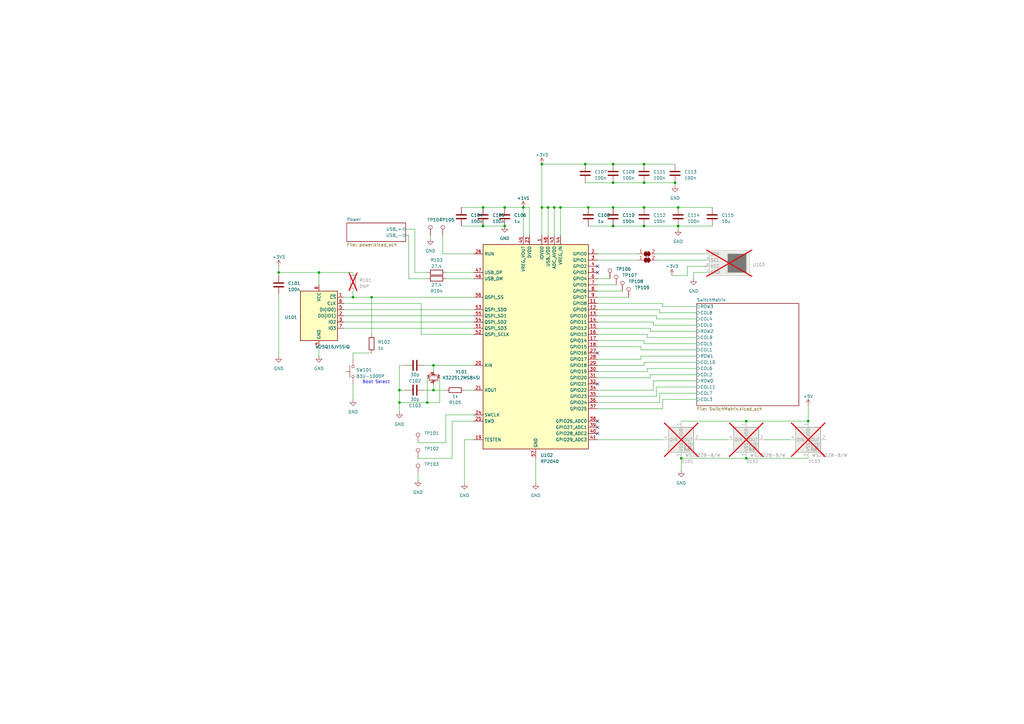
<source format=kicad_sch>
(kicad_sch (version 20230121) (generator eeschema)
  (paper "A3")
  (title_block (title "Tanuki-Ext-Oled") (date "2023-04-18") (rev "R01") (company "Seth"))
  (lib_symbols
    (symbol "Connector:TestPoint" (pin_numbers hide) (pin_names (offset 0.762) hide)
      (property "Reference" "TP" (at 0 6.858 0))
      (property "Value" "TestPoint" (at 0 5.08 0))
      (symbol "TestPoint_0_1"
        (circle (center 0 3.302) (radius 0.762))
      )
      (symbol "TestPoint_1_1"
        (pin passive line (at 0 0 90) (length 2.54) (name "1") (number "1"))
      )
    )
    (symbol "Device:C" (pin_numbers hide) (pin_names (offset 0.254))
      (property "Reference" "C" (at 0.635 2.54 0))
      (property "Value" "C" (at 0.635 -2.54 0))
      (symbol "C_0_1"
        (polyline (pts (xy -2.032 -0.762) (xy 2.032 -0.762)) (stroke (width 0.508)))
        (polyline (pts (xy -2.032 0.762) (xy 2.032 0.762)) (stroke (width 0.508)))
      )
      (symbol "C_1_1"
        (pin passive line (at 0 3.81 270) (length 2.794) (name "~") (number "1"))
        (pin passive line (at 0 -3.81 90) (length 2.794) (name "~") (number "2"))
      )
    )
    (symbol "Device:Crystal_GND23_Small" (pin_names (offset 1.016) hide)
      (property "Reference" "Y1" (at 10.16 3.4289 0))
      (property "Value" "X322512MSB4SI" (at 10.16 0.8889 0))
      (symbol "Crystal_GND23_Small_0_1"
        (rectangle (start -0.762 -1.524) (end 0.762 1.524))
        (polyline (pts (xy -1.27 -0.762) (xy -1.27 0.762)) (stroke (width 0.381)))
        (polyline (pts (xy 1.27 -0.762) (xy 1.27 0.762)) (stroke (width 0.381)))
        (polyline (pts (xy -1.27 -1.27) (xy -1.27 -1.905) (xy 1.27 -1.905) (xy 1.27 -1.27)))
        (polyline (pts (xy -1.27 1.27) (xy -1.27 1.905) (xy 1.27 1.905) (xy 1.27 1.27)))
      )
      (symbol "Crystal_GND23_Small_1_1"
        (pin passive line (at -2.54 0 0) (length 1.27) (name "1") (number "1"))
        (pin passive line (at 0 -2.54 90) (length 0.635) (name "2") (number "2"))
        (pin passive line (at 2.54 0 180) (length 1.27) (name "3") (number "3"))
        (pin passive line (at 0 2.54 270) (length 0.635) (name "4") (number "4"))
      )
    )
    (symbol "Device:R" (pin_numbers hide) (pin_names (offset 0))
      (property "Reference" "R" (at 2.032 0 90))
      (property "Value" "R" (at 0 0 90))
      (symbol "R_0_1"
        (rectangle (start -1.016 -2.54) (end 1.016 2.54) (stroke (width 0.254)))
      )
      (symbol "R_1_1"
        (pin passive line (at 0 3.81 270) (length 1.27) (name "~") (number "1"))
        (pin passive line (at 0 -3.81 90) (length 1.27) (name "~") (number "2"))
      )
    )
    (symbol "Display_Graphic:OLED_SSD1306"
      (property "Reference" "U" (at 7.62 -2.54 0))
      (symbol "OLED_SSD1306_1_1"
        (rectangle (start -3.81 -1.27) (end 6.35 -17.78) (fill (type background)))
        (rectangle (start -2.54 -8.89) (end 5.08 -16.51) (fill (type color) (color 0 0 0 1)))
        (pin passive line (at -2.54 0 270) (length 1.27) (name "GND") (number "1"))
        (pin passive line (at 0 0 270) (length 1.27) (name "VCC") (number "2"))
        (pin bidirectional line (at 2.54 0 270) (length 1.27) (name "SCL") (number "3"))
        (pin bidirectional line (at 5.08 0 270) (length 1.27) (name "SDA") (number "4"))
      )
    )
    (symbol "Jumper:SolderJumper_2_Bridged" (pin_names (offset 0) hide)
      (property "Reference" "JP" (at 0 2.032 0))
      (property "Value" "SolderJumper_2_Bridged" (at 0 -2.54 0))
      (symbol "SolderJumper_2_Bridged_0_1"
        (rectangle (start -0.508 0.508) (end 0.508 -0.508) (fill (type outline)))
        (arc (start -0.254 1.016) (mid -1.2656 0) (end -0.254 -1.016))
        (arc (start -0.254 1.016) (mid -1.2656 0) (end -0.254 -1.016) (fill (type outline)))
        (polyline (pts (xy -0.254 1.016) (xy -0.254 -1.016)))
        (polyline (pts (xy 0.254 1.016) (xy 0.254 -1.016)))
        (arc (start 0.254 -1.016) (mid 1.2656 0) (end 0.254 1.016))
        (arc (start 0.254 -1.016) (mid 1.2656 0) (end 0.254 1.016) (fill (type outline)))
      )
      (symbol "SolderJumper_2_Bridged_1_1"
        (pin passive line (at -3.81 0 0) (length 2.54) (name "A") (number "1"))
        (pin passive line (at 3.81 0 180) (length 2.54) (name "B") (number "2"))
      )
    )
    (symbol "LED:WS2812B" (pin_names (offset 0.254))
      (property "Reference" "D" (at 5.08 5.715 0))
      (property "Value" "WS2812B" (at 1.27 -5.715 0))
      (symbol "WS2812B_0_0"
        (text "RGB" (at 2.286 -4.191 0) (effects (font (size 0.762 0.762))))
      )
      (symbol "WS2812B_0_1"
        (polyline (pts (xy 1.27 -3.556) (xy 1.778 -3.556)))
        (polyline (pts (xy 1.27 -2.54) (xy 1.778 -2.54)))
        (polyline (pts (xy 4.699 -3.556) (xy 2.667 -3.556)))
        (polyline (pts (xy 2.286 -2.54) (xy 1.27 -3.556) (xy 1.27 -3.048)))
        (polyline (pts (xy 2.286 -1.524) (xy 1.27 -2.54) (xy 1.27 -2.032)))
        (polyline (pts (xy 3.683 -1.016) (xy 3.683 -3.556) (xy 3.683 -4.064)))
        (polyline (pts (xy 4.699 -1.524) (xy 2.667 -1.524) (xy 3.683 -3.556) (xy 4.699 -1.524)))
        (rectangle (start 5.08 5.08) (end -5.08 -5.08) (stroke (width 0.254)) (fill (type background)))
      )
      (symbol "WS2812B_1_1"
        (pin power_in line (at 0 7.62 270) (length 2.54) (name "VDD") (number "1"))
        (pin output line (at 7.62 0 180) (length 2.54) (name "DOUT") (number "2"))
        (pin power_in line (at 0 -7.62 90) (length 2.54) (name "VSS") (number "3"))
        (pin input line (at -7.62 0 0) (length 2.54) (name "DIN") (number "4"))
      )
    )
    (symbol "MCU_RaspberryPi:RP2040"
      (property "Reference" "U" (at 17.78 45.72 0))
      (property "Value" "RP2040" (at 17.78 43.18 0))
      (symbol "RP2040_0_1"
        (rectangle (start -21.59 41.91) (end 21.59 -41.91) (stroke (width 0.254)) (fill (type background)))
      )
      (symbol "RP2040_1_1"
        (pin power_in line (at 2.54 45.72 270) (length 3.81) (name "IOVDD") (number "1"))
        (pin passive line (at 2.54 45.72 270) (length 3.81) hide (name "IOVDD") (number "10"))
        (pin bidirectional line (at 25.4 17.78 180) (length 3.81) (name "GPIO8") (number "11"))
        (pin bidirectional line (at 25.4 15.24 180) (length 3.81) (name "GPIO9") (number "12"))
        (pin bidirectional line (at 25.4 12.7 180) (length 3.81) (name "GPIO10") (number "13"))
        (pin bidirectional line (at 25.4 10.16 180) (length 3.81) (name "GPIO11") (number "14"))
        (pin bidirectional line (at 25.4 7.62 180) (length 3.81) (name "GPIO12") (number "15"))
        (pin bidirectional line (at 25.4 5.08 180) (length 3.81) (name "GPIO13") (number "16"))
        (pin bidirectional line (at 25.4 2.54 180) (length 3.81) (name "GPIO14") (number "17"))
        (pin bidirectional line (at 25.4 0 180) (length 3.81) (name "GPIO15") (number "18"))
        (pin input line (at -25.4 -38.1 0) (length 3.81) (name "TESTEN") (number "19"))
        (pin bidirectional line (at 25.4 38.1 180) (length 3.81) (name "GPIO0") (number "2"))
        (pin input line (at -25.4 -7.62 0) (length 3.81) (name "XIN") (number "20"))
        (pin passive line (at -25.4 -17.78 0) (length 3.81) (name "XOUT") (number "21"))
        (pin passive line (at 2.54 45.72 270) (length 3.81) hide (name "IOVDD") (number "22"))
        (pin power_in line (at -2.54 45.72 270) (length 3.81) (name "DVDD") (number "23"))
        (pin input line (at -25.4 -27.94 0) (length 3.81) (name "SWCLK") (number "24"))
        (pin bidirectional line (at -25.4 -30.48 0) (length 3.81) (name "SWD") (number "25"))
        (pin input line (at -25.4 38.1 0) (length 3.81) (name "RUN") (number "26"))
        (pin bidirectional line (at 25.4 -2.54 180) (length 3.81) (name "GPIO16") (number "27"))
        (pin bidirectional line (at 25.4 -5.08 180) (length 3.81) (name "GPIO17") (number "28"))
        (pin bidirectional line (at 25.4 -7.62 180) (length 3.81) (name "GPIO18") (number "29"))
        (pin bidirectional line (at 25.4 35.56 180) (length 3.81) (name "GPIO1") (number "3"))
        (pin bidirectional line (at 25.4 -10.16 180) (length 3.81) (name "GPIO19") (number "30"))
        (pin bidirectional line (at 25.4 -12.7 180) (length 3.81) (name "GPIO20") (number "31"))
        (pin bidirectional line (at 25.4 -15.24 180) (length 3.81) (name "GPIO21") (number "32"))
        (pin passive line (at 2.54 45.72 270) (length 3.81) hide (name "IOVDD") (number "33"))
        (pin bidirectional line (at 25.4 -17.78 180) (length 3.81) (name "GPIO22") (number "34"))
        (pin bidirectional line (at 25.4 -20.32 180) (length 3.81) (name "GPIO23") (number "35"))
        (pin bidirectional line (at 25.4 -22.86 180) (length 3.81) (name "GPIO24") (number "36"))
        (pin bidirectional line (at 25.4 -25.4 180) (length 3.81) (name "GPIO25") (number "37"))
        (pin bidirectional line (at 25.4 -30.48 180) (length 3.81) (name "GPIO26_ADC0") (number "38"))
        (pin bidirectional line (at 25.4 -33.02 180) (length 3.81) (name "GPIO27_ADC1") (number "39"))
        (pin bidirectional line (at 25.4 33.02 180) (length 3.81) (name "GPIO2") (number "4"))
        (pin bidirectional line (at 25.4 -35.56 180) (length 3.81) (name "GPIO28_ADC2") (number "40"))
        (pin bidirectional line (at 25.4 -38.1 180) (length 3.81) (name "GPIO29_ADC3") (number "41"))
        (pin passive line (at 2.54 45.72 270) (length 3.81) hide (name "IOVDD") (number "42"))
        (pin power_in line (at 7.62 45.72 270) (length 3.81) (name "ADC_AVDD") (number "43"))
        (pin power_in line (at 10.16 45.72 270) (length 3.81) (name "VREG_IN") (number "44"))
        (pin power_out line (at -5.08 45.72 270) (length 3.81) (name "VREG_VOUT") (number "45"))
        (pin bidirectional line (at -25.4 27.94 0) (length 3.81) (name "USB_DM") (number "46"))
        (pin bidirectional line (at -25.4 30.48 0) (length 3.81) (name "USB_DP") (number "47"))
        (pin power_in line (at 5.08 45.72 270) (length 3.81) (name "USB_VDD") (number "48"))
        (pin passive line (at 2.54 45.72 270) (length 3.81) hide (name "IOVDD") (number "49"))
        (pin bidirectional line (at 25.4 30.48 180) (length 3.81) (name "GPIO3") (number "5"))
        (pin passive line (at -2.54 45.72 270) (length 3.81) hide (name "DVDD") (number "50"))
        (pin bidirectional line (at -25.4 7.62 0) (length 3.81) (name "QSPI_SD3") (number "51"))
        (pin output line (at -25.4 5.08 0) (length 3.81) (name "QSPI_SCLK") (number "52"))
        (pin bidirectional line (at -25.4 15.24 0) (length 3.81) (name "QSPI_SD0") (number "53"))
        (pin bidirectional line (at -25.4 10.16 0) (length 3.81) (name "QSPI_SD2") (number "54"))
        (pin bidirectional line (at -25.4 12.7 0) (length 3.81) (name "QSPI_SD1") (number "55"))
        (pin bidirectional line (at -25.4 20.32 0) (length 3.81) (name "QSPI_SS") (number "56"))
        (pin power_in line (at 0 -45.72 90) (length 3.81) (name "GND") (number "57"))
        (pin bidirectional line (at 25.4 27.94 180) (length 3.81) (name "GPIO4") (number "6"))
        (pin bidirectional line (at 25.4 25.4 180) (length 3.81) (name "GPIO5") (number "7"))
        (pin bidirectional line (at 25.4 22.86 180) (length 3.81) (name "GPIO6") (number "8"))
        (pin bidirectional line (at 25.4 20.32 180) (length 3.81) (name "GPIO7") (number "9"))
      )
    )
    (symbol "Memory_Flash:W25Q128JVS"
      (property "Reference" "U" (at -8.89 8.89 0))
      (property "Value" "W25Q128JVS" (at 7.62 8.89 0))
      (symbol "W25Q128JVS_0_1"
        (rectangle (start -7.62 10.16) (end 7.62 -10.16) (stroke (width 0.254)) (fill (type background)))
      )
      (symbol "W25Q128JVS_1_1"
        (pin input line (at -10.16 7.62 0) (length 2.54) (name "~{CS}") (number "1"))
        (pin bidirectional line (at -10.16 0 0) (length 2.54) (name "DO(IO1)") (number "2"))
        (pin bidirectional line (at -10.16 -2.54 0) (length 2.54) (name "IO2") (number "3"))
        (pin power_in line (at 0 -12.7 90) (length 2.54) (name "GND") (number "4"))
        (pin bidirectional line (at -10.16 2.54 0) (length 2.54) (name "DI(IO0)") (number "5"))
        (pin input line (at -10.16 5.08 0) (length 2.54) (name "CLK") (number "6"))
        (pin bidirectional line (at -10.16 -5.08 0) (length 2.54) (name "IO3") (number "7"))
        (pin power_in line (at 0 12.7 270) (length 2.54) (name "VCC") (number "8"))
      )
    )
    (symbol "Switch:SW_Push" (pin_numbers hide) (pin_names (offset 1.016) hide)
      (property "Reference" "SW" (at 1.27 2.54 0))
      (property "Value" "SW_Push" (at 0 -1.524 0))
      (symbol "SW_Push_0_1"
        (circle (center -2.032 0) (radius 0.508))
        (polyline (pts (xy 0 1.27) (xy 0 3.048)))
        (polyline (pts (xy 2.54 1.27) (xy -2.54 1.27)))
        (circle (center 2.032 0) (radius 0.508))
        (pin passive line (at -5.08 0 0) (length 2.54) (name "1") (number "1"))
        (pin passive line (at 5.08 0 180) (length 2.54) (name "2") (number "2"))
      )
    )
    (symbol "power:+1V1" (power) (pin_names (offset 0))
      (property "Value" "+1V1" (at 0 3.556 0))
      (symbol "+1V1_0_1"
        (polyline (pts (xy -0.762 1.27) (xy 0 2.54)))
        (polyline (pts (xy 0 0) (xy 0 2.54)))
        (polyline (pts (xy 0 2.54) (xy 0.762 1.27)))
      )
      (symbol "+1V1_1_1"
        (pin power_in line (at 0 0 90) (length 0) hide (name "+1V1") (number "1"))
      )
    )
    (symbol "power:+3V3" (power) (pin_names (offset 0))
      (property "Value" "+3V3" (at 0 3.556 0))
      (symbol "+3V3_0_1"
        (polyline (pts (xy -0.762 1.27) (xy 0 2.54)))
        (polyline (pts (xy 0 0) (xy 0 2.54)))
        (polyline (pts (xy 0 2.54) (xy 0.762 1.27)))
      )
      (symbol "+3V3_1_1"
        (pin power_in line (at 0 0 90) (length 0) hide (name "+3V3") (number "1"))
      )
    )
    (symbol "power:+5V" (power) (pin_names (offset 0))
      (property "Value" "+5V" (at 0 3.556 0))
      (symbol "+5V_0_1"
        (polyline (pts (xy -0.762 1.27) (xy 0 2.54)))
        (polyline (pts (xy 0 0) (xy 0 2.54)))
        (polyline (pts (xy 0 2.54) (xy 0.762 1.27)))
      )
      (symbol "+5V_1_1"
        (pin power_in line (at 0 0 90) (length 0) hide (name "+5V") (number "1"))
      )
    )
    (symbol "power:GND" (power) (pin_names (offset 0))
      (property "Value" "GND" (at 0 -3.81 0))
      (symbol "GND_0_1"
        (polyline (pts (xy 0 0) (xy 0 -1.27) (xy 1.27 -1.27) (xy 0 -2.54) (xy -1.27 -1.27) (xy 0 -1.27)))
      )
      (symbol "GND_1_1"
        (pin power_in line (at 0 0 270) (length 0) hide (name "GND") (number "1"))
      )
    )
  )
  (junction (at 177.8 149.86))
  (junction (at 222.25 67.31))
  (junction (at 251.46 67.31))
  (junction (at 207.01 92.71))
  (junction (at 114.3 111.76))
  (junction (at 278.13 92.71))
  (junction (at 264.16 74.93))
  (junction (at 198.12 92.71))
  (junction (at 177.8 160.02))
  (junction (at 251.46 92.71))
  (junction (at 152.4 121.92))
  (junction (at 276.86 74.93))
  (junction (at 306.07 187.96))
  (junction (at 214.63 85.09))
  (junction (at 278.13 85.09))
  (junction (at 279.4 187.96))
  (junction (at 264.16 67.31))
  (junction (at 229.87 85.09))
  (junction (at 251.46 74.93))
  (junction (at 264.16 92.71))
  (junction (at 224.79 85.09))
  (junction (at 175.26 165.1))
  (junction (at 198.12 85.09))
  (junction (at 264.16 85.09))
  (junction (at 241.3 85.09))
  (junction (at 222.25 85.09))
  (junction (at 130.81 111.76))
  (junction (at 163.83 165.1))
  (junction (at 144.78 121.92))
  (junction (at 306.07 172.72))
  (junction (at 240.03 67.31))
  (junction (at 163.83 160.02))
  (junction (at 251.46 85.09))
  (junction (at 331.47 172.72))
  (junction (at 227.33 85.09))
  (junction (at 207.01 85.09))
  (no_connect (at 245.11 109.22))
  (no_connect (at 245.11 172.72))
  (no_connect (at 245.11 111.76))
  (no_connect (at 245.11 175.26))
  (no_connect (at 245.11 177.8))
  (no_connect (at 245.11 144.78))
  (no_connect (at 245.11 157.48))
  (wire (pts (xy 264.16 85.09) (xy 278.13 85.09)))
  (wire (pts (xy 279.4 187.96) (xy 279.4 193.04)))
  (wire (pts (xy 140.97 134.62) (xy 194.31 134.62)))
  (wire (pts (xy 285.75 128.27) (xy 270.51 128.27)))
  (wire (pts (xy 207.01 85.09) (xy 214.63 85.09)))
  (wire (pts (xy 285.75 146.05) (xy 262.89 146.05)))
  (wire (pts (xy 285.75 158.75) (xy 269.24 158.75)))
  (wire (pts (xy 278.13 92.71) (xy 278.13 93.98)))
  (wire (pts (xy 285.75 153.67) (xy 266.7 153.67)))
  (wire (pts (xy 267.97 133.35) (xy 267.97 132.08)))
  (wire (pts (xy 144.78 144.78) (xy 152.4 144.78)))
  (wire (pts (xy 285.75 140.97) (xy 264.16 140.97)))
  (wire (pts (xy 173.99 160.02) (xy 177.8 160.02)))
  (wire (pts (xy 285.75 163.83) (xy 271.78 163.83)))
  (wire (pts (xy 266.7 154.94) (xy 245.11 154.94)))
  (wire (pts (xy 270.51 161.29) (xy 270.51 165.1)))
  (wire (pts (xy 130.81 116.84) (xy 130.81 111.76)))
  (wire (pts (xy 251.46 92.71) (xy 264.16 92.71)))
  (wire (pts (xy 285.75 148.59) (xy 264.16 148.59)))
  (wire (pts (xy 240.03 74.93) (xy 251.46 74.93)))
  (wire (pts (xy 166.37 149.86) (xy 163.83 149.86)))
  (wire (pts (xy 269.24 158.75) (xy 269.24 162.56)))
  (wire (pts (xy 194.31 172.72) (xy 185.42 172.72)))
  (wire (pts (xy 177.8 160.02) (xy 182.88 160.02)))
  (wire (pts (xy 219.71 187.96) (xy 219.71 198.12)))
  (wire (pts (xy 167.64 114.3) (xy 175.26 114.3)))
  (wire (pts (xy 140.97 127) (xy 194.31 127)))
  (wire (pts (xy 245.11 104.14) (xy 261.62 104.14)))
  (wire (pts (xy 182.88 170.18) (xy 194.31 170.18)))
  (wire (pts (xy 214.63 96.52) (xy 214.63 85.09)))
  (wire (pts (xy 275.59 113.03) (xy 281.94 113.03)))
  (wire (pts (xy 222.25 67.31) (xy 222.25 85.09)))
  (wire (pts (xy 245.11 116.84) (xy 252.73 116.84)))
  (wire (pts (xy 185.42 172.72) (xy 185.42 187.96)))
  (wire (pts (xy 245.11 121.92) (xy 257.81 121.92)))
  (wire (pts (xy 190.5 160.02) (xy 194.31 160.02)))
  (wire (pts (xy 264.16 149.86) (xy 245.11 149.86)))
  (wire (pts (xy 182.88 114.3) (xy 194.31 114.3)))
  (wire (pts (xy 214.63 85.09) (xy 217.17 85.09)))
  (wire (pts (xy 144.78 121.92) (xy 152.4 121.92)))
  (wire (pts (xy 331.47 187.96) (xy 306.07 187.96)))
  (wire (pts (xy 266.7 134.62) (xy 245.11 134.62)))
  (wire (pts (xy 306.07 187.96) (xy 279.4 187.96)))
  (wire (pts (xy 271.78 167.64) (xy 245.11 167.64)))
  (wire (pts (xy 177.8 157.48) (xy 177.8 160.02)))
  (wire (pts (xy 185.42 187.96) (xy 171.45 187.96)))
  (wire (pts (xy 229.87 96.52) (xy 229.87 85.09)))
  (wire (pts (xy 266.7 135.89) (xy 266.7 134.62)))
  (wire (pts (xy 285.75 161.29) (xy 270.51 161.29)))
  (wire (pts (xy 166.37 93.98) (xy 170.18 93.98)))
  (wire (pts (xy 140.97 121.92) (xy 144.78 121.92)))
  (wire (pts (xy 182.88 181.61) (xy 182.88 170.18)))
  (wire (pts (xy 176.53 96.52) (xy 176.53 97.79)))
  (wire (pts (xy 224.79 85.09) (xy 224.79 96.52)))
  (wire (pts (xy 313.69 180.34) (xy 323.85 180.34)))
  (wire (pts (xy 265.43 138.43) (xy 265.43 137.16)))
  (wire (pts (xy 269.24 129.54) (xy 245.11 129.54)))
  (wire (pts (xy 175.26 165.1) (xy 163.83 165.1)))
  (wire (pts (xy 190.5 180.34) (xy 190.5 198.12)))
  (wire (pts (xy 270.51 127) (xy 245.11 127)))
  (wire (pts (xy 171.45 194.31) (xy 171.45 196.85)))
  (wire (pts (xy 140.97 132.08) (xy 194.31 132.08)))
  (wire (pts (xy 177.8 149.86) (xy 194.31 149.86)))
  (wire (pts (xy 194.31 137.16) (xy 172.72 137.16)))
  (wire (pts (xy 167.64 96.52) (xy 167.64 114.3)))
  (wire (pts (xy 175.26 154.94) (xy 175.26 165.1)))
  (wire (pts (xy 251.46 85.09) (xy 264.16 85.09)))
  (wire (pts (xy 181.61 96.52) (xy 181.61 104.14)))
  (wire (pts (xy 289.56 111.76) (xy 284.48 111.76)))
  (wire (pts (xy 175.26 111.76) (xy 170.18 111.76)))
  (wire (pts (xy 180.34 154.94) (xy 180.34 165.1)))
  (wire (pts (xy 285.75 143.51) (xy 262.89 143.51)))
  (wire (pts (xy 245.11 180.34) (xy 271.78 180.34)))
  (wire (pts (xy 281.94 113.03) (xy 281.94 109.22)))
  (wire (pts (xy 271.78 163.83) (xy 271.78 167.64)))
  (wire (pts (xy 264.16 148.59) (xy 264.16 149.86)))
  (wire (pts (xy 240.03 67.31) (xy 251.46 67.31)))
  (wire (pts (xy 278.13 92.71) (xy 292.1 92.71)))
  (wire (pts (xy 264.16 92.71) (xy 278.13 92.71)))
  (wire (pts (xy 222.25 96.52) (xy 222.25 85.09)))
  (wire (pts (xy 114.3 111.76) (xy 114.3 113.03)))
  (wire (pts (xy 241.3 85.09) (xy 251.46 85.09)))
  (wire (pts (xy 198.12 85.09) (xy 207.01 85.09)))
  (wire (pts (xy 265.43 152.4) (xy 245.11 152.4)))
  (wire (pts (xy 130.81 111.76) (xy 144.78 111.76)))
  (wire (pts (xy 227.33 85.09) (xy 229.87 85.09)))
  (wire (pts (xy 267.97 156.21) (xy 267.97 160.02)))
  (wire (pts (xy 229.87 85.09) (xy 241.3 85.09)))
  (wire (pts (xy 166.37 160.02) (xy 163.83 160.02)))
  (wire (pts (xy 285.75 130.81) (xy 269.24 130.81)))
  (wire (pts (xy 285.75 135.89) (xy 266.7 135.89)))
  (wire (pts (xy 189.23 92.71) (xy 198.12 92.71)))
  (wire (pts (xy 130.81 142.24) (xy 130.81 146.05)))
  (wire (pts (xy 278.13 85.09) (xy 292.1 85.09)))
  (wire (pts (xy 262.89 147.32) (xy 245.11 147.32)))
  (wire (pts (xy 180.34 165.1) (xy 175.26 165.1)))
  (wire (pts (xy 267.97 132.08) (xy 245.11 132.08)))
  (wire (pts (xy 240.03 67.31) (xy 222.25 67.31)))
  (wire (pts (xy 276.86 74.93) (xy 276.86 76.2)))
  (wire (pts (xy 172.72 137.16) (xy 172.72 124.46)))
  (wire (pts (xy 130.81 111.76) (xy 114.3 111.76)))
  (wire (pts (xy 166.37 96.52) (xy 167.64 96.52)))
  (wire (pts (xy 262.89 143.51) (xy 262.89 142.24)))
  (wire (pts (xy 285.75 156.21) (xy 267.97 156.21)))
  (wire (pts (xy 114.3 109.22) (xy 114.3 111.76)))
  (wire (pts (xy 262.89 142.24) (xy 245.11 142.24)))
  (wire (pts (xy 152.4 121.92) (xy 152.4 137.16)))
  (wire (pts (xy 270.51 128.27) (xy 270.51 127)))
  (wire (pts (xy 140.97 124.46) (xy 172.72 124.46)))
  (wire (pts (xy 222.25 85.09) (xy 224.79 85.09)))
  (wire (pts (xy 251.46 74.93) (xy 264.16 74.93)))
  (wire (pts (xy 245.11 119.38) (xy 255.27 119.38)))
  (wire (pts (xy 177.8 149.86) (xy 177.8 152.4)))
  (wire (pts (xy 265.43 137.16) (xy 245.11 137.16)))
  (wire (pts (xy 227.33 85.09) (xy 227.33 96.52)))
  (wire (pts (xy 140.97 129.54) (xy 194.31 129.54)))
  (wire (pts (xy 144.78 157.48) (xy 144.78 163.83)))
  (wire (pts (xy 163.83 149.86) (xy 163.83 160.02)))
  (wire (pts (xy 264.16 140.97) (xy 264.16 139.7)))
  (wire (pts (xy 269.24 106.68) (xy 289.56 106.68)))
  (wire (pts (xy 284.48 111.76) (xy 284.48 114.3)))
  (wire (pts (xy 182.88 111.76) (xy 194.31 111.76)))
  (wire (pts (xy 245.11 106.68) (xy 261.62 106.68)))
  (wire (pts (xy 171.45 181.61) (xy 182.88 181.61)))
  (wire (pts (xy 271.78 124.46) (xy 245.11 124.46)))
  (wire (pts (xy 194.31 180.34) (xy 190.5 180.34)))
  (wire (pts (xy 279.4 172.72) (xy 306.07 172.72)))
  (wire (pts (xy 152.4 121.92) (xy 194.31 121.92)))
  (wire (pts (xy 264.16 67.31) (xy 276.86 67.31)))
  (wire (pts (xy 331.47 166.37) (xy 331.47 172.72)))
  (wire (pts (xy 267.97 160.02) (xy 245.11 160.02)))
  (wire (pts (xy 251.46 67.31) (xy 264.16 67.31)))
  (wire (pts (xy 271.78 125.73) (xy 271.78 124.46)))
  (wire (pts (xy 163.83 165.1) (xy 163.83 168.91)))
  (wire (pts (xy 224.79 85.09) (xy 227.33 85.09)))
  (wire (pts (xy 163.83 160.02) (xy 163.83 165.1)))
  (wire (pts (xy 285.75 133.35) (xy 267.97 133.35)))
  (wire (pts (xy 181.61 104.14) (xy 194.31 104.14)))
  (wire (pts (xy 266.7 153.67) (xy 266.7 154.94)))
  (wire (pts (xy 144.78 144.78) (xy 144.78 147.32)))
  (wire (pts (xy 245.11 114.3) (xy 250.19 114.3)))
  (wire (pts (xy 287.02 180.34) (xy 298.45 180.34)))
  (wire (pts (xy 281.94 109.22) (xy 289.56 109.22)))
  (wire (pts (xy 198.12 92.71) (xy 207.01 92.71)))
  (wire (pts (xy 170.18 111.76) (xy 170.18 93.98)))
  (wire (pts (xy 269.24 104.14) (xy 289.56 104.14)))
  (wire (pts (xy 173.99 149.86) (xy 177.8 149.86)))
  (wire (pts (xy 114.3 120.65) (xy 114.3 146.05)))
  (wire (pts (xy 269.24 130.81) (xy 269.24 129.54)))
  (wire (pts (xy 241.3 92.71) (xy 251.46 92.71)))
  (wire (pts (xy 270.51 165.1) (xy 245.11 165.1)))
  (wire (pts (xy 269.24 162.56) (xy 245.11 162.56)))
  (wire (pts (xy 285.75 125.73) (xy 271.78 125.73)))
  (wire (pts (xy 144.78 119.38) (xy 144.78 121.92)))
  (wire (pts (xy 189.23 85.09) (xy 198.12 85.09)))
  (wire (pts (xy 265.43 151.13) (xy 265.43 152.4)))
  (wire (pts (xy 264.16 139.7) (xy 245.11 139.7)))
  (wire (pts (xy 285.75 138.43) (xy 265.43 138.43)))
  (wire (pts (xy 264.16 74.93) (xy 276.86 74.93)))
  (wire (pts (xy 217.17 85.09) (xy 217.17 96.52)))
  (wire (pts (xy 306.07 172.72) (xy 331.47 172.72)))
  (wire (pts (xy 285.75 151.13) (xy 265.43 151.13)))
  (wire (pts (xy 262.89 146.05) (xy 262.89 147.32)))
  (text "Boot Select" (at 148.59 157.48 0) (effects (font (size 1.27 1.27)) (justify left bottom)))
  (symbol (lib_id "Connector:TestPoint") (at 255.27 119.38 0) (unit 1)
    (property "Reference" "TP108" (at 257.81 115.443 0) (effects (justify left)))
    (property "Value" "TestPoint" (effects hide))
    (property "Footprint" "TestPoint:TestPoint_Pad_D1.0mm" (effects hide))
  )
  (symbol (lib_id "Device:C") (at 241.3 88.9 0) (unit 1)
    (property "Reference" "C108" (at 245.11 88.265 0) (effects (justify left)))
    (property "Value" "1u" (at 245.11 90.805 0) (effects (justify left)))
    (property "Footprint" "Capacitor_SMD:C_0603_1608Metric" (effects hide))
    (property "LCSC Partnr." "C14664" (effects hide))
  )
  (symbol (lib_id "power:GND") (at 144.78 163.83 0) (unit 1)
    (property "Reference" "#PWR0104" (effects hide))
    (property "Value" "GND" (at 144.78 168.91 0))
  )
  (symbol (lib_id "Jumper:SolderJumper_2_Bridged") (at 265.43 104.14 0) (unit 1)
    (property "Reference" "JP101" (effects hide))
    (property "Value" "SolderJumper_2_Bridged" (effects hide))
    (property "Footprint" "Jumper:SolderJumper-2_P1.3mm_Bridged_Pad1.0x1.5mm" (effects hide))
  )
  (symbol (lib_id "Device:C") (at 264.16 71.12 0) (unit 1)
    (property "Reference" "C111" (at 267.97 70.485 0) (effects (justify left)))
    (property "Value" "100n" (at 267.97 73.025 0) (effects (justify left)))
    (property "Footprint" "Capacitor_SMD:C_0603_1608Metric" (effects hide))
    (property "LCSC Partnr." "C14663" (effects hide))
  )
  (symbol (lib_id "Display_Graphic:OLED_SSD1306") (at 289.56 109.22 90) (unit 1) (in_bom no) (dnp yes)
    (property "Reference" "U103" (at 308.61 108.585 90) (effects (justify right)))
    (property "Value" "~" (at 289.56 109.22 0))
    (property "Footprint" "Tanuki_library:Oled_0.91_i2c" (effects hide))
  )
  (symbol (lib_id "Connector:TestPoint") (at 171.45 181.61 0) (unit 1) (in_bom no)
    (property "Reference" "TP101" (at 173.99 177.673 0) (effects (justify left)))
    (property "Value" "TestPoint" (effects hide))
    (property "Footprint" "TestPoint:TestPoint_Pad_D1.0mm" (effects hide))
  )
  (symbol (lib_id "Connector:TestPoint") (at 171.45 187.96 0) (unit 1) (in_bom no)
    (property "Reference" "TP102" (at 173.99 184.023 0) (effects (justify left)))
    (property "Value" "TestPoint" (effects hide))
    (property "Footprint" "TestPoint:TestPoint_Pad_D1.0mm" (effects hide))
  )
  (symbol (lib_id "power:GND") (at 278.13 93.98 0) (unit 1)
    (property "Reference" "#PWR0115" (effects hide))
    (property "Value" "GND" (at 278.13 99.06 0))
  )
  (symbol (lib_id "Device:R") (at 152.4 140.97 0) (unit 1)
    (property "Reference" "R102" (at 154.94 140.335 0) (effects (justify left)))
    (property "Value" "1k" (at 154.94 142.875 0) (effects (justify left)))
    (property "Footprint" "Resistor_SMD:R_0603_1608Metric" (effects hide))
    (property "LCSC Partnr." "C22548" (effects hide))
  )
  (symbol (lib_id "Device:C") (at 276.86 71.12 0) (unit 1)
    (property "Reference" "C113" (at 280.67 70.485 0) (effects (justify left)))
    (property "Value" "100n" (at 280.67 73.025 0) (effects (justify left)))
    (property "Footprint" "Capacitor_SMD:C_0603_1608Metric" (effects hide))
    (property "LCSC Partnr." "C14663" (effects hide))
  )
  (symbol (lib_id "Device:C") (at 198.12 88.9 0) (unit 1)
    (property "Reference" "C105" (at 201.93 88.265 0) (effects (justify left)))
    (property "Value" "100n" (at 201.93 90.805 0) (effects (justify left)))
    (property "Footprint" "Capacitor_SMD:C_0603_1608Metric" (effects hide))
    (property "LCSC Partnr." "C14663" (effects hide))
  )
  (symbol (lib_id "power:GND") (at 176.53 97.79 0) (unit 1)
    (property "Reference" "#PWR0107" (effects hide))
    (property "Value" "GND" (at 176.53 102.87 0))
  )
  (symbol (lib_id "power:GND") (at 171.45 196.85 0) (unit 1)
    (property "Reference" "#PWR0106" (effects hide))
    (property "Value" "GND" (at 171.45 201.93 0))
  )
  (symbol (lib_id "Jumper:SolderJumper_2_Bridged") (at 265.43 106.68 0) (unit 1)
    (property "Reference" "JP102" (effects hide))
    (property "Value" "SolderJumper_2_Bridged" (effects hide))
    (property "Footprint" "Jumper:SolderJumper-2_P1.3mm_Bridged_Pad1.0x1.5mm" (effects hide))
  )
  (symbol (lib_id "Device:Crystal_GND23_Small") (at 177.8 154.94 90) (unit 1)
    (property "Reference" "Y101" (at 189.23 152.5017 90))
    (property "Value" "X322512MSB4SI" (at 189.23 154.94 90))
    (property "Footprint" "Crystal:Crystal_SMD_3225-4Pin_3.2x2.5mm" (effects hide))
    (property "LCSC Partnr." "C9002" (effects hide))
  )
  (symbol (lib_id "Device:C") (at 240.03 71.12 0) (unit 1)
    (property "Reference" "C107" (at 243.84 70.485 0) (effects (justify left)))
    (property "Value" "100n" (at 243.84 73.025 0) (effects (justify left)))
    (property "Footprint" "Capacitor_SMD:C_0603_1608Metric" (effects hide))
    (property "LCSC Partnr." "C14663" (effects hide))
  )
  (symbol (lib_id "LED:WS2812B") (at 331.47 180.34 0) (unit 1) (in_bom no) (dnp yes)
    (property "Reference" "D103" (at 334.01 189.23 0))
    (property "Value" "WS2812B-B/W" (at 340.36 186.69 0))
    (property "Footprint" "LED_SMD:LED_WS2812B_PLCC4_5.0x5.0mm_P3.2mm" (effects hide))
    (property "Datasheet" "https://cdn-shop.adafruit.com/datasheets/WS2812B.pdf" (effects hide))
  )
  (symbol (lib_id "power:GND") (at 284.48 114.3 0) (unit 1)
    (property "Reference" "#PWR0117" (effects hide))
    (property "Value" "GND" (at 284.48 119.38 0))
  )
  (symbol (lib_id "Connector:TestPoint") (at 250.19 114.3 0) (unit 1)
    (property "Reference" "TP106" (at 252.73 110.363 0) (effects (justify left)))
    (property "Value" "TestPoint" (effects hide))
    (property "Footprint" "TestPoint:TestPoint_Pad_D1.0mm" (effects hide))
  )
  (symbol (lib_id "power:GND") (at 279.4 193.04 0) (unit 1)
    (property "Reference" "#PWR0116" (effects hide))
    (property "Value" "GND" (at 279.4 198.12 0))
  )
  (symbol (lib_id "MCU_RaspberryPi:RP2040") (at 219.71 142.24 0) (unit 1)
    (property "Reference" "U102" (at 221.6659 186.69 0) (effects (justify left)))
    (property "Value" "RP2040" (at 221.6659 189.23 0) (effects (justify left)))
    (property "Footprint" "Package_DFN_QFN:QFN-56-1EP_7x7mm_P0.4mm_EP3.2x3.2mm" (effects hide))
    (property "Datasheet" "https://datasheets.raspberrypi.com/rp2040/rp2040-datasheet.pdf" (effects hide))
    (property "LCSC Partnr." "C2040" (effects hide))
  )
  (symbol (lib_id "power:GND") (at 190.5 198.12 0) (unit 1)
    (property "Reference" "#PWR0108" (effects hide))
    (property "Value" "GND" (at 190.5 203.2 0))
  )
  (symbol (lib_id "Connector:TestPoint") (at 181.61 96.52 0) (unit 1) (in_bom no)
    (property "Reference" "TP105" (at 180.34 90.17 0) (effects (justify left)))
    (property "Value" "TestPoint" (effects hide))
    (property "Footprint" "TestPoint:TestPoint_Pad_D1.0mm" (effects hide))
  )
  (symbol (lib_id "power:GND") (at 207.01 92.71 0) (unit 1)
    (property "Reference" "#PWR0109" (effects hide))
    (property "Value" "GND" (at 207.01 97.79 0))
  )
  (symbol (lib_id "Device:C") (at 264.16 88.9 0) (unit 1)
    (property "Reference" "C112" (at 267.97 88.265 0) (effects (justify left)))
    (property "Value" "100n" (at 267.97 90.805 0) (effects (justify left)))
    (property "Footprint" "Capacitor_SMD:C_0603_1608Metric" (effects hide))
    (property "LCSC Partnr." "C14663" (effects hide))
  )
  (symbol (lib_id "power:GND") (at 130.81 146.05 0) (unit 1)
    (property "Reference" "#PWR0103" (effects hide))
    (property "Value" "GND" (at 130.81 151.13 0))
  )
  (symbol (lib_id "power:GND") (at 114.3 146.05 0) (unit 1)
    (property "Reference" "#PWR0102" (effects hide))
    (property "Value" "GND" (at 114.3 151.13 0))
  )
  (symbol (lib_id "Switch:SW_Push") (at 144.78 152.4 90) (unit 1)
    (property "Reference" "SW101" (at 146.05 151.765 90) (effects (justify right)))
    (property "Value" "B3U-1000P" (at 146.05 154.305 90) (effects (justify right)))
    (property "Footprint" "Button_Switch_SMD:SW_SPST_B3U-1000P" (effects hide))
    (property "LCSC Partnr." "C231329" (effects hide))
  )
  (symbol (lib_id "Device:C") (at 207.01 88.9 0) (unit 1)
    (property "Reference" "C106" (at 210.82 88.265 0) (effects (justify left)))
    (property "Value" "1u" (at 210.82 90.805 0) (effects (justify left)))
    (property "Footprint" "Capacitor_SMD:C_0603_1608Metric" (effects hide))
    (property "LCSC Partnr." "C14664" (effects hide))
  )
  (symbol (lib_id "Device:C") (at 251.46 71.12 0) (unit 1)
    (property "Reference" "C109" (at 255.27 70.485 0) (effects (justify left)))
    (property "Value" "100n" (at 255.27 73.025 0) (effects (justify left)))
    (property "Footprint" "Capacitor_SMD:C_0603_1608Metric" (effects hide))
    (property "LCSC Partnr." "C14663" (effects hide))
  )
  (symbol (lib_id "Connector:TestPoint") (at 176.53 96.52 0) (unit 1) (in_bom no)
    (property "Reference" "TP104" (at 175.26 90.17 0) (effects (justify left)))
    (property "Value" "TestPoint" (effects hide))
    (property "Footprint" "TestPoint:TestPoint_Pad_D1.0mm" (effects hide))
  )
  (symbol (lib_id "LED:WS2812B") (at 306.07 180.34 0) (unit 1) (in_bom no) (dnp yes)
    (property "Reference" "D102" (at 308.61 189.23 0))
    (property "Value" "WS2812B-B/W" (at 314.96 186.69 0))
    (property "Footprint" "LED_SMD:LED_WS2812B_PLCC4_5.0x5.0mm_P3.2mm" (effects hide))
    (property "Datasheet" "https://cdn-shop.adafruit.com/datasheets/WS2812B.pdf" (effects hide))
  )
  (symbol (lib_id "Device:C") (at 114.3 116.84 0) (unit 1)
    (property "Reference" "C101" (at 118.11 116.205 0) (effects (justify left)))
    (property "Value" "100n" (at 118.11 118.745 0) (effects (justify left)))
    (property "Footprint" "Capacitor_SMD:C_0603_1608Metric" (effects hide))
    (property "LCSC Partnr." "C14663" (effects hide))
  )
  (symbol (lib_id "Connector:TestPoint") (at 257.81 121.92 0) (unit 1)
    (property "Reference" "TP109" (at 260.35 117.983 0) (effects (justify left)))
    (property "Value" "TestPoint" (effects hide))
    (property "Footprint" "TestPoint:TestPoint_Pad_D1.0mm" (effects hide))
  )
  (symbol (lib_id "power:+3V3") (at 222.25 67.31 0) (unit 1)
    (property "Reference" "#PWR0112" (effects hide))
    (property "Value" "+3V3" (at 222.25 63.5 0))
  )
  (symbol (lib_id "Device:C") (at 170.18 149.86 270) (unit 1)
    (property "Reference" "C102" (at 170.18 156.21 90))
    (property "Value" "30p" (at 170.18 153.67 90))
    (property "Footprint" "Capacitor_SMD:C_0603_1608Metric" (effects hide))
    (property "LCSC Partnr." "C113797" (effects hide))
  )
  (symbol (lib_id "power:+1V1") (at 214.63 85.09 0) (unit 1)
    (property "Reference" "#PWR0110" (effects hide))
    (property "Value" "+1V1" (at 214.63 81.28 0))
  )
  (symbol (lib_id "Device:R") (at 186.69 160.02 90) (unit 1)
    (property "Reference" "R105" (at 186.69 165.1 90))
    (property "Value" "1k" (at 186.69 162.56 90))
    (property "Footprint" "Resistor_SMD:R_0603_1608Metric" (effects hide))
    (property "LCSC Partnr." "C22548" (effects hide))
  )
  (symbol (lib_id "power:GND") (at 163.83 168.91 0) (unit 1)
    (property "Reference" "#PWR0105" (effects hide))
    (property "Value" "GND" (at 163.83 173.99 0))
  )
  (symbol (lib_id "LED:WS2812B") (at 279.4 180.34 0) (unit 1) (in_bom no) (dnp yes)
    (property "Reference" "D101" (at 281.94 189.23 0))
    (property "Value" "WS2812B-B/W" (at 288.29 186.69 0))
    (property "Footprint" "LED_SMD:LED_WS2812B_PLCC4_5.0x5.0mm_P3.2mm" (effects hide))
    (property "Datasheet" "https://cdn-shop.adafruit.com/datasheets/WS2812B.pdf" (effects hide))
  )
  (symbol (lib_id "power:GND") (at 219.71 198.12 0) (unit 1)
    (property "Reference" "#PWR0111" (effects hide))
    (property "Value" "GND" (at 219.71 203.2 0))
  )
  (symbol (lib_id "Memory_Flash:W25Q128JVS") (at 130.81 129.54 0) (mirror y) (unit 1)
    (property "Reference" "U101" (at 121.92 130.175 0) (effects (justify left)))
    (property "Value" "W25Q16JVSSIQ" (at 143.51 142.24 0) (effects (justify left)))
    (property "Footprint" "Package_SO:SOIC-8_5.23x5.23mm_P1.27mm" (effects hide))
    (property "Datasheet" "http://www.winbond.com/resource-files/w25q128jv_dtr%20revc%2003272018%20plus.pdf" (effects hide))
    (property "LCSC Partnr." "C82317" (effects hide))
  )
  (symbol (lib_id "power:+5V") (at 331.47 166.37 0) (unit 1)
    (property "Reference" "#PWR0118" (effects hide))
    (property "Value" "+5V" (at 331.47 162.56 0))
  )
  (symbol (lib_id "Device:R") (at 179.07 114.3 90) (unit 1)
    (property "Reference" "R104" (at 179.07 119.38 90))
    (property "Value" "27.4" (at 179.07 116.84 90))
    (property "Footprint" "Resistor_SMD:R_0603_1608Metric" (effects hide))
    (property "LCSC Partnr." "C5126244" (effects hide))
  )
  (symbol (lib_id "Device:C") (at 292.1 88.9 0) (unit 1)
    (property "Reference" "C115" (at 295.91 88.265 0) (effects (justify left)))
    (property "Value" "10u" (at 295.91 90.805 0) (effects (justify left)))
    (property "Footprint" "Capacitor_SMD:C_0603_1608Metric" (effects hide))
    (property "LCSC Partnr." "C326057" (effects hide))
  )
  (symbol (lib_id "Device:R") (at 179.07 111.76 90) (unit 1)
    (property "Reference" "R103" (at 179.07 106.68 90))
    (property "Value" "27.4" (at 179.07 109.22 90))
    (property "Footprint" "Resistor_SMD:R_0603_1608Metric" (effects hide))
    (property "LCSC Partnr." "C5126244" (effects hide))
  )
  (symbol (lib_id "Connector:TestPoint") (at 171.45 194.31 0) (unit 1) (in_bom no)
    (property "Reference" "TP103" (at 173.99 190.373 0) (effects (justify left)))
    (property "Value" "TestPoint" (effects hide))
    (property "Footprint" "TestPoint:TestPoint_Pad_D1.0mm" (effects hide))
  )
  (symbol (lib_id "power:+3V3") (at 114.3 109.22 0) (unit 1)
    (property "Reference" "#PWR0101" (effects hide))
    (property "Value" "+3V3" (at 114.3 105.41 0))
  )
  (symbol (lib_id "Device:C") (at 170.18 160.02 270) (unit 1)
    (property "Reference" "C103" (at 170.18 166.37 90))
    (property "Value" "30p" (at 170.18 163.83 90))
    (property "Footprint" "Capacitor_SMD:C_0603_1608Metric" (effects hide))
    (property "LCSC Partnr." "C113797" (effects hide))
  )
  (symbol (lib_id "power:+3V3") (at 275.59 113.03 0) (unit 1)
    (property "Reference" "#PWR0113" (effects hide))
    (property "Value" "+3V3" (at 275.59 109.22 0))
  )
  (symbol (lib_id "Device:C") (at 278.13 88.9 0) (unit 1)
    (property "Reference" "C114" (at 281.94 88.265 0) (effects (justify left)))
    (property "Value" "100n" (at 281.94 90.805 0) (effects (justify left)))
    (property "Footprint" "Capacitor_SMD:C_0603_1608Metric" (effects hide))
    (property "LCSC Partnr." "C14663" (effects hide))
  )
  (symbol (lib_id "Connector:TestPoint") (at 252.73 116.84 0) (unit 1)
    (property "Reference" "TP107" (at 255.27 112.903 0) (effects (justify left)))
    (property "Value" "TestPoint" (effects hide))
    (property "Footprint" "TestPoint:TestPoint_Pad_D1.0mm" (effects hide))
  )
  (symbol (lib_id "Device:C") (at 189.23 88.9 0) (unit 1)
    (property "Reference" "C104" (at 193.04 88.265 0) (effects (justify left)))
    (property "Value" "100n" (at 193.04 90.805 0) (effects (justify left)))
    (property "Footprint" "Capacitor_SMD:C_0603_1608Metric" (effects hide))
    (property "LCSC Partnr." "C14663" (effects hide))
  )
  (symbol (lib_id "Device:C") (at 251.46 88.9 0) (unit 1)
    (property "Reference" "C110" (at 255.27 88.265 0) (effects (justify left)))
    (property "Value" "100n" (at 255.27 90.805 0) (effects (justify left)))
    (property "Footprint" "Capacitor_SMD:C_0603_1608Metric" (effects hide))
    (property "LCSC Partnr." "C14663" (effects hide))
  )
  (symbol (lib_id "power:GND") (at 276.86 76.2 0) (unit 1)
    (property "Reference" "#PWR0114" (effects hide))
    (property "Value" "GND" (at 276.86 81.28 0))
  )
  (symbol (lib_id "Device:R") (at 144.78 115.57 0) (unit 1) (dnp yes)
    (property "Reference" "R101" (at 147.32 114.935 0) (effects (justify left)))
    (property "Value" "DNP" (at 147.32 117.475 0) (effects (justify left)))
    (property "Footprint" "Resistor_SMD:R_0603_1608Metric" (effects hide))
  )
  (sheet (at 285.75 124.46) (size 41.91 41.91) (stroke (width 0.1524))
    (property "Sheetname" "SwitchMatrix" (at 285.75 123.7484 0) (effects (justify left bottom)))
    (property "Sheetfile" "SwitchMatrix.kicad_sch" (at 285.75 166.9546 0) (effects (justify left top)))
    (pin "COL1" input (at 285.75 143.51 180))
    (pin "COL0" input (at 285.75 133.35 180))
    (pin "ROW0" input (at 285.75 156.21 180))
    (pin "ROW1" input (at 285.75 146.05 180))
    (pin "ROW2" input (at 285.75 135.89 180))
    (pin "ROW3" input (at 285.75 125.73 180))
    (pin "COL5" input (at 285.75 140.97 180))
    (pin "COL4" input (at 285.75 130.81 180))
    (pin "COL3" input (at 285.75 163.83 180))
    (pin "COL2" input (at 285.75 153.67 180))
    (pin "COL10" input (at 285.75 148.59 180))
    (pin "COL11" input (at 285.75 158.75 180))
    (pin "COL8" input (at 285.75 128.27 180))
    (pin "COL9" input (at 285.75 138.43 180))
    (pin "COL6" input (at 285.75 151.13 180))
    (pin "COL7" input (at 285.75 161.29 180))
  )
  (sheet (at 142.24 91.44) (size 24.13 7.62) (stroke (width 0.1524))
    (property "Sheetname" "Power" (at 142.24 90.7284 0) (effects (justify left bottom)))
    (property "Sheetfile" "power.kicad_sch" (at 142.24 99.6446 0) (effects (justify left top)))
    (pin "USB_-" bidirectional (at 166.37 96.52 0))
    (pin "USB_+" bidirectional (at 166.37 93.98 0))
  )
)
</source>
